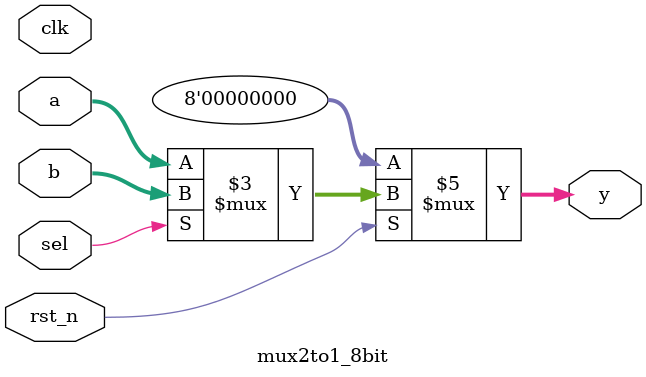
<source format=sv>
module mux2to1_8bit (
    input logic [7:0] a,
    input logic [7:0] b,
    input logic sel,
    input logic clk,
    input logic rst_n,
    output logic [7:0] y
);

always @(*) begin
    if (!rst_n) begin
        y = 8'b00000000;
    end else begin
        y = sel ? b : a;
    end
end

endmodule
</source>
